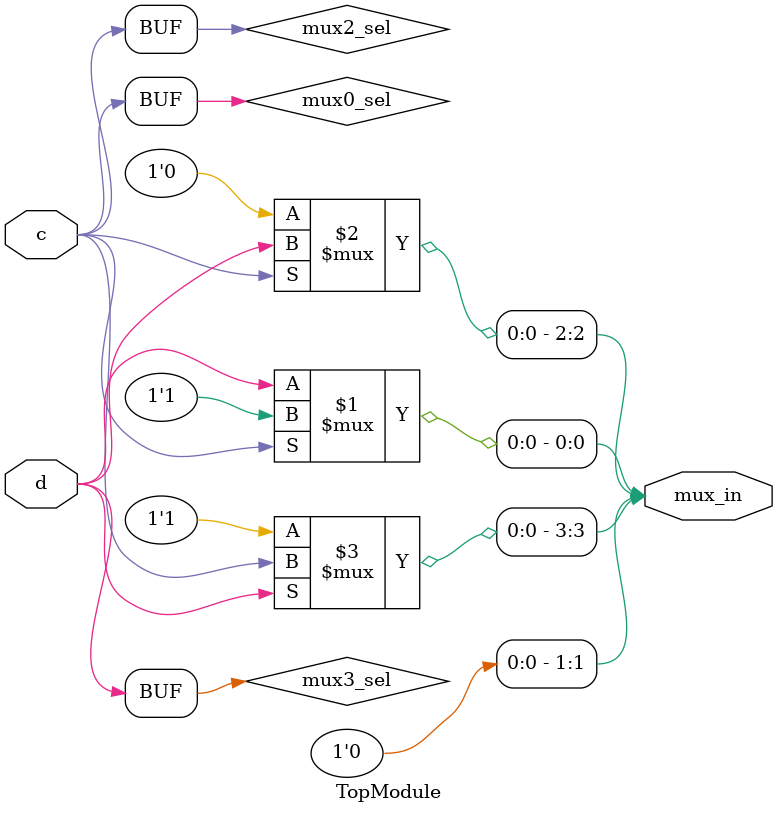
<source format=sv>

module TopModule (
  input c,
  input d,
  output [3:0] mux_in
);
  // mux_in[0] = c + d (OR gate)
  // Using mux: f = sel ? b : a with sel=c, a=d, b=1 gives: c ? 1 : d = c + d
  wire mux0_sel = c;
  assign mux_in[0] = mux0_sel ? 1'b1 : d;
  
  // mux_in[1] = 0
  assign mux_in[1] = 1'b0;
  
  // mux_in[2] = c·d (AND gate)
  // Using mux: f = sel ? b : a with sel=c, a=0, b=d gives: c ? d : 0 = c·d
  wire mux2_sel = c;
  assign mux_in[2] = mux2_sel ? d : 1'b0;
  
  // mux_in[3] = d' + c = NOT d OR c
  // Using mux: f = sel ? b : a with sel=d, a=1, b=c gives: d ? c : 1 = d' + c
  wire mux3_sel = d;
  assign mux_in[3] = mux3_sel ? c : 1'b1;
endmodule

</source>
